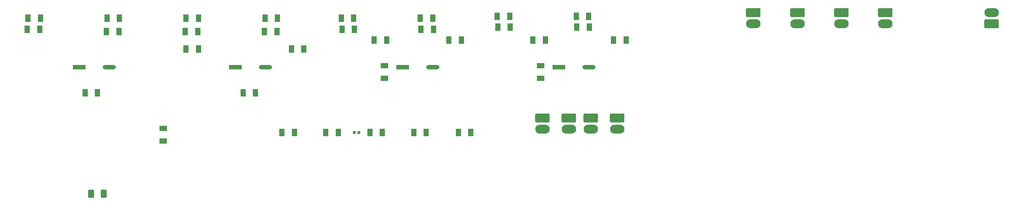
<source format=gtp>
G04 Layer_Color=8421504*
%FSLAX44Y44*%
%MOMM*%
G71*
G01*
G75*
%ADD10R,1.3000X1.8000*%
%ADD11R,1.8000X1.3000*%
G04:AMPARAMS|DCode=12|XSize=1.8mm|YSize=1.3mm|CornerRadius=0.1625mm|HoleSize=0mm|Usage=FLASHONLY|Rotation=90.000|XOffset=0mm|YOffset=0mm|HoleType=Round|Shape=RoundedRectangle|*
%AMROUNDEDRECTD12*
21,1,1.8000,0.9750,0,0,90.0*
21,1,1.4750,1.3000,0,0,90.0*
1,1,0.3250,0.4875,0.7375*
1,1,0.3250,0.4875,-0.7375*
1,1,0.3250,-0.4875,-0.7375*
1,1,0.3250,-0.4875,0.7375*
%
%ADD12ROUNDEDRECTD12*%
G04:AMPARAMS|DCode=13|XSize=0.6mm|YSize=0.6mm|CornerRadius=0.06mm|HoleSize=0mm|Usage=FLASHONLY|Rotation=270.000|XOffset=0mm|YOffset=0mm|HoleType=Round|Shape=RoundedRectangle|*
%AMROUNDEDRECTD13*
21,1,0.6000,0.4800,0,0,270.0*
21,1,0.4800,0.6000,0,0,270.0*
1,1,0.1200,-0.2400,-0.2400*
1,1,0.1200,-0.2400,0.2400*
1,1,0.1200,0.2400,0.2400*
1,1,0.1200,0.2400,-0.2400*
%
%ADD13ROUNDEDRECTD13*%
%ADD14O,3.3020X2.0320*%
G04:AMPARAMS|DCode=15|XSize=3.302mm|YSize=2.032mm|CornerRadius=0.254mm|HoleSize=0mm|Usage=FLASHONLY|Rotation=180.000|XOffset=0mm|YOffset=0mm|HoleType=Round|Shape=RoundedRectangle|*
%AMROUNDEDRECTD15*
21,1,3.3020,1.5240,0,0,180.0*
21,1,2.7940,2.0320,0,0,180.0*
1,1,0.5080,-1.3970,0.7620*
1,1,0.5080,1.3970,0.7620*
1,1,0.5080,1.3970,-0.7620*
1,1,0.5080,-1.3970,-0.7620*
%
%ADD15ROUNDEDRECTD15*%
%ADD16R,3.0000X1.0000*%
%ADD17O,3.0000X1.0000*%
D10*
X1610000Y980000D02*
D03*
X1581500D02*
D03*
X1430000D02*
D03*
X1401500D02*
D03*
X1255000Y975000D02*
D03*
X1226500D02*
D03*
X1075000D02*
D03*
X1046500D02*
D03*
X1045000Y1000000D02*
D03*
X1073500D02*
D03*
X870000Y970000D02*
D03*
X898500D02*
D03*
X690000D02*
D03*
X718500D02*
D03*
X510000D02*
D03*
X538500D02*
D03*
X330000Y975000D02*
D03*
X358500D02*
D03*
X1665000Y950000D02*
D03*
X1693500D02*
D03*
X1510000D02*
D03*
X1481500D02*
D03*
X1290000D02*
D03*
X1318500D02*
D03*
X1120000D02*
D03*
X1148500D02*
D03*
X960000Y930000D02*
D03*
X931500D02*
D03*
X720000D02*
D03*
X691500D02*
D03*
X850000Y830000D02*
D03*
X821500D02*
D03*
X490000D02*
D03*
X461500D02*
D03*
X1210000Y740000D02*
D03*
X1238500D02*
D03*
X1580000Y1005000D02*
D03*
X1608500D02*
D03*
X1340000Y740000D02*
D03*
X1311500D02*
D03*
X1400000Y1005000D02*
D03*
X1428500D02*
D03*
X1110000Y740000D02*
D03*
X1138500D02*
D03*
X1225000Y1000000D02*
D03*
X1253500D02*
D03*
X1010000Y740000D02*
D03*
X1038500D02*
D03*
X910000D02*
D03*
X938500D02*
D03*
X900000Y1000000D02*
D03*
X871500D02*
D03*
X720000D02*
D03*
X691500D02*
D03*
X540000D02*
D03*
X511500D02*
D03*
X360000D02*
D03*
X331500D02*
D03*
D11*
X1498600Y863600D02*
D03*
Y892100D02*
D03*
X1143000Y863600D02*
D03*
Y892100D02*
D03*
X640000Y720000D02*
D03*
Y748500D02*
D03*
D12*
X504500Y600000D02*
D03*
X475500D02*
D03*
D13*
X1085000Y740000D02*
D03*
X1075000D02*
D03*
D14*
X2526350Y1012700D02*
D03*
X2283650Y987300D02*
D03*
X2183650D02*
D03*
X2083650D02*
D03*
X1983650D02*
D03*
X1673650Y747300D02*
D03*
X1613650D02*
D03*
X1563650D02*
D03*
X1503650D02*
D03*
D15*
X2526350Y987300D02*
D03*
X2283650Y1012700D02*
D03*
X2183650D02*
D03*
X2083650D02*
D03*
X1983650D02*
D03*
X1673650Y772700D02*
D03*
X1613650D02*
D03*
X1563650D02*
D03*
X1503650D02*
D03*
D16*
X1540510Y889000D02*
D03*
X1184910D02*
D03*
X803910D02*
D03*
X448310D02*
D03*
D17*
X1609090D02*
D03*
X1253490D02*
D03*
X872490D02*
D03*
X516890D02*
D03*
M02*

</source>
